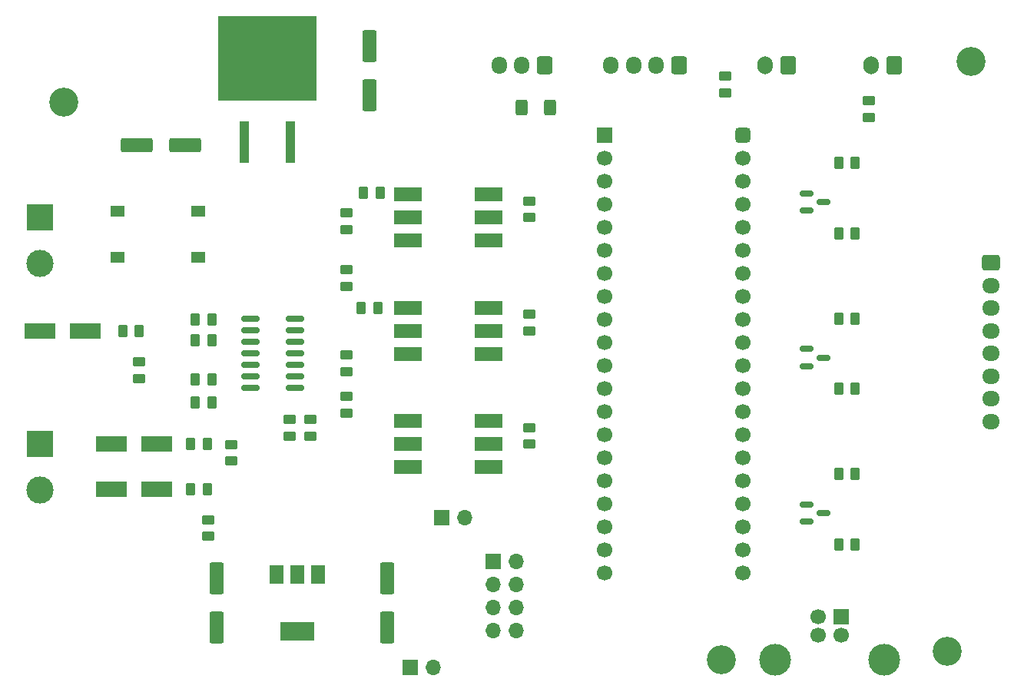
<source format=gbr>
%TF.GenerationSoftware,KiCad,Pcbnew,(7.0.0)*%
%TF.CreationDate,2023-04-03T14:28:29+07:00*%
%TF.ProjectId,3_phase_firing,335f7068-6173-4655-9f66-6972696e672e,rev?*%
%TF.SameCoordinates,Original*%
%TF.FileFunction,Soldermask,Top*%
%TF.FilePolarity,Negative*%
%FSLAX46Y46*%
G04 Gerber Fmt 4.6, Leading zero omitted, Abs format (unit mm)*
G04 Created by KiCad (PCBNEW (7.0.0)) date 2023-04-03 14:28:29*
%MOMM*%
%LPD*%
G01*
G04 APERTURE LIST*
G04 Aperture macros list*
%AMRoundRect*
0 Rectangle with rounded corners*
0 $1 Rounding radius*
0 $2 $3 $4 $5 $6 $7 $8 $9 X,Y pos of 4 corners*
0 Add a 4 corners polygon primitive as box body*
4,1,4,$2,$3,$4,$5,$6,$7,$8,$9,$2,$3,0*
0 Add four circle primitives for the rounded corners*
1,1,$1+$1,$2,$3*
1,1,$1+$1,$4,$5*
1,1,$1+$1,$6,$7*
1,1,$1+$1,$8,$9*
0 Add four rect primitives between the rounded corners*
20,1,$1+$1,$2,$3,$4,$5,0*
20,1,$1+$1,$4,$5,$6,$7,0*
20,1,$1+$1,$6,$7,$8,$9,0*
20,1,$1+$1,$8,$9,$2,$3,0*%
G04 Aperture macros list end*
%ADD10O,1.700000X1.700000*%
%ADD11R,1.700000X1.700000*%
%ADD12C,1.700000*%
%ADD13C,3.500000*%
%ADD14R,3.100000X1.600000*%
%ADD15C,3.200000*%
%ADD16RoundRect,0.250000X0.262500X0.450000X-0.262500X0.450000X-0.262500X-0.450000X0.262500X-0.450000X0*%
%ADD17RoundRect,0.250000X-0.450000X0.262500X-0.450000X-0.262500X0.450000X-0.262500X0.450000X0.262500X0*%
%ADD18R,1.500000X2.000000*%
%ADD19R,3.800000X2.000000*%
%ADD20RoundRect,0.250000X0.450000X-0.262500X0.450000X0.262500X-0.450000X0.262500X-0.450000X-0.262500X0*%
%ADD21RoundRect,0.150000X-0.587500X-0.150000X0.587500X-0.150000X0.587500X0.150000X-0.587500X0.150000X0*%
%ADD22RoundRect,0.150000X-0.825000X-0.150000X0.825000X-0.150000X0.825000X0.150000X-0.825000X0.150000X0*%
%ADD23RoundRect,0.250000X0.550000X-1.500000X0.550000X1.500000X-0.550000X1.500000X-0.550000X-1.500000X0*%
%ADD24RoundRect,0.250000X1.500000X0.550000X-1.500000X0.550000X-1.500000X-0.550000X1.500000X-0.550000X0*%
%ADD25RoundRect,0.250000X-0.400000X-0.625000X0.400000X-0.625000X0.400000X0.625000X-0.400000X0.625000X0*%
%ADD26RoundRect,0.425000X-0.425000X-0.425000X0.425000X-0.425000X0.425000X0.425000X-0.425000X0.425000X0*%
%ADD27RoundRect,0.250000X0.600000X0.725000X-0.600000X0.725000X-0.600000X-0.725000X0.600000X-0.725000X0*%
%ADD28O,1.700000X1.950000*%
%ADD29R,3.500000X1.800000*%
%ADD30R,1.500000X1.300000*%
%ADD31RoundRect,0.250000X0.600000X0.750000X-0.600000X0.750000X-0.600000X-0.750000X0.600000X-0.750000X0*%
%ADD32O,1.700000X2.000000*%
%ADD33RoundRect,0.250000X-0.262500X-0.450000X0.262500X-0.450000X0.262500X0.450000X-0.262500X0.450000X0*%
%ADD34R,3.000000X3.000000*%
%ADD35C,3.000000*%
%ADD36R,1.100000X4.600000*%
%ADD37R,10.800000X9.400000*%
%ADD38RoundRect,0.250000X-0.725000X0.600000X-0.725000X-0.600000X0.725000X-0.600000X0.725000X0.600000X0*%
%ADD39O,1.950000X1.700000*%
G04 APERTURE END LIST*
D10*
%TO.C,JP2*%
X124252999Y-100600999D03*
D11*
X121712999Y-100600999D03*
%TD*%
%TO.C,J4*%
X165734999Y-111532499D03*
D12*
X163235000Y-111532500D03*
X163235000Y-113532500D03*
X165735000Y-113532500D03*
D13*
X170505000Y-116242500D03*
X158465000Y-116242500D03*
%TD*%
D14*
%TO.C,U3*%
X118054999Y-64959999D03*
X118054999Y-67499999D03*
X118054999Y-70039999D03*
X126944999Y-70039999D03*
X126944999Y-67499999D03*
X126944999Y-64959999D03*
%TD*%
D15*
%TO.C,REF\u002A\u002A*%
X177466000Y-115285000D03*
X177466000Y-115285000D03*
%TD*%
D16*
%TO.C,R17*%
X114704500Y-77470000D03*
X112879500Y-77470000D03*
%TD*%
D17*
%TO.C,R41*%
X168830000Y-54627000D03*
X168830000Y-56452000D03*
%TD*%
D16*
%TO.C,R1*%
X88412500Y-80000000D03*
X86587500Y-80000000D03*
%TD*%
%TO.C,R22*%
X167329500Y-78630000D03*
X165504500Y-78630000D03*
%TD*%
D18*
%TO.C,U14*%
X108137999Y-106848999D03*
X105837999Y-106848999D03*
D19*
X105837999Y-113148999D03*
D18*
X103537999Y-106848999D03*
%TD*%
D15*
%TO.C,REF\u002A\u002A*%
X80080000Y-54785000D03*
X80080000Y-54785000D03*
%TD*%
D20*
%TO.C,R14*%
X111252000Y-75080500D03*
X111252000Y-73255500D03*
%TD*%
%TO.C,R42*%
X152955000Y-53761500D03*
X152955000Y-51936500D03*
%TD*%
D21*
%TO.C,Q1*%
X161923500Y-64853000D03*
X161923500Y-66753000D03*
X163798500Y-65803000D03*
%TD*%
D16*
%TO.C,R27*%
X167329500Y-103522000D03*
X165504500Y-103522000D03*
%TD*%
D22*
%TO.C,U1*%
X100649000Y-78690000D03*
X100649000Y-79960000D03*
X100649000Y-81230000D03*
X100649000Y-82500000D03*
X100649000Y-83770000D03*
X100649000Y-85040000D03*
X100649000Y-86310000D03*
X105599000Y-86310000D03*
X105599000Y-85040000D03*
X105599000Y-83770000D03*
X105599000Y-82500000D03*
X105599000Y-81230000D03*
X105599000Y-79960000D03*
X105599000Y-78690000D03*
%TD*%
D16*
%TO.C,R26*%
X167329500Y-95775000D03*
X165504500Y-95775000D03*
%TD*%
D23*
%TO.C,C3*%
X96948000Y-112699000D03*
X96948000Y-107299000D03*
%TD*%
%TO.C,C4*%
X115744000Y-112699000D03*
X115744000Y-107299000D03*
%TD*%
D16*
%TO.C,R16*%
X114958500Y-64770000D03*
X113133500Y-64770000D03*
%TD*%
%TO.C,R24*%
X167329500Y-61485000D03*
X165504500Y-61485000D03*
%TD*%
D20*
%TO.C,R18*%
X111252000Y-89050500D03*
X111252000Y-87225500D03*
%TD*%
D14*
%TO.C,U5*%
X118054999Y-89959999D03*
X118054999Y-92499999D03*
X118054999Y-95039999D03*
X126944999Y-95039999D03*
X126944999Y-92499999D03*
X126944999Y-89959999D03*
%TD*%
D24*
%TO.C,C1*%
X93505000Y-59563000D03*
X88105000Y-59563000D03*
%TD*%
D16*
%TO.C,R7*%
X96416500Y-78740000D03*
X94591500Y-78740000D03*
%TD*%
%TO.C,R25*%
X167329500Y-86377000D03*
X165504500Y-86377000D03*
%TD*%
%TO.C,R5*%
X95912500Y-97500000D03*
X94087500Y-97500000D03*
%TD*%
%TO.C,R23*%
X167329500Y-69232000D03*
X165504500Y-69232000D03*
%TD*%
D15*
%TO.C,REF\u002A\u002A*%
X152574000Y-116242500D03*
X152574000Y-116242500D03*
%TD*%
%TO.C,REF\u002A\u002A*%
X180080000Y-50285000D03*
X180080000Y-50285000D03*
%TD*%
D25*
%TO.C,R40*%
X130580000Y-55389000D03*
X133680000Y-55389000D03*
%TD*%
D20*
%TO.C,R15*%
X111252000Y-84478500D03*
X111252000Y-82653500D03*
%TD*%
%TO.C,R6*%
X96012000Y-102663000D03*
X96012000Y-100838000D03*
%TD*%
D11*
%TO.C,U6*%
X139699999Y-58419999D03*
D12*
X139700000Y-60960000D03*
X139700000Y-63500000D03*
X139700000Y-66040000D03*
X139700000Y-68580000D03*
X139700000Y-71120000D03*
X139700000Y-73660000D03*
X139700000Y-76200000D03*
X139700000Y-78740000D03*
X139700000Y-81280000D03*
X139700000Y-83820000D03*
X139700000Y-86360000D03*
X139700000Y-88900000D03*
X139700000Y-91440000D03*
X139700000Y-93980000D03*
X139700000Y-96520000D03*
X139700000Y-99060000D03*
X139700000Y-101600000D03*
X139700000Y-104140000D03*
X139700000Y-106680000D03*
X154940000Y-106680000D03*
X154940000Y-104140000D03*
X154940000Y-101600000D03*
X154940000Y-99060000D03*
X154940000Y-96520000D03*
X154940000Y-93980000D03*
X154940000Y-91440000D03*
X154940000Y-88900000D03*
X154940000Y-86360000D03*
X154940000Y-83820000D03*
X154940000Y-81280000D03*
X154940000Y-78740000D03*
X154940000Y-76200000D03*
X154940000Y-73660000D03*
X154940000Y-71120000D03*
X154940000Y-68580000D03*
X154940000Y-66040000D03*
X154940000Y-63500000D03*
X154940000Y-60960000D03*
D26*
X154940000Y-58420000D03*
%TD*%
D27*
%TO.C,J9*%
X147882000Y-50690000D03*
D28*
X145381999Y-50689999D03*
X142881999Y-50689999D03*
X140381999Y-50689999D03*
%TD*%
D10*
%TO.C,JP1*%
X120818999Y-117110999D03*
D11*
X118278999Y-117110999D03*
%TD*%
D29*
%TO.C,D2*%
X82499999Y-79999999D03*
X77499999Y-79999999D03*
%TD*%
D17*
%TO.C,R13*%
X111252000Y-67009000D03*
X111252000Y-68834000D03*
%TD*%
D21*
%TO.C,Q2*%
X161923500Y-81998000D03*
X161923500Y-83898000D03*
X163798500Y-82948000D03*
%TD*%
D30*
%TO.C,D1*%
X94873999Y-71891999D03*
X94873999Y-66791999D03*
X85973999Y-66791999D03*
X85973999Y-71891999D03*
%TD*%
D31*
%TO.C,J8*%
X159913332Y-50690000D03*
D32*
X157413331Y-50689999D03*
%TD*%
D20*
%TO.C,R4*%
X98552000Y-94359100D03*
X98552000Y-92534100D03*
%TD*%
D33*
%TO.C,R8*%
X94591500Y-81026000D03*
X96416500Y-81026000D03*
%TD*%
D16*
%TO.C,R3*%
X95912500Y-92500000D03*
X94087500Y-92500000D03*
%TD*%
%TO.C,R9*%
X96416500Y-87884000D03*
X94591500Y-87884000D03*
%TD*%
D14*
%TO.C,U4*%
X118054999Y-77459999D03*
X118054999Y-79999999D03*
X118054999Y-82539999D03*
X126944999Y-82539999D03*
X126944999Y-79999999D03*
X126944999Y-77459999D03*
%TD*%
D20*
%TO.C,R20*%
X131365000Y-80000000D03*
X131365000Y-78175000D03*
%TD*%
D34*
%TO.C,J1*%
X77499999Y-67499999D03*
D35*
X77500000Y-72580000D03*
%TD*%
D36*
%TO.C,U2*%
X99959999Y-59149999D03*
D37*
X102499999Y-49999999D03*
D36*
X105039999Y-59149999D03*
%TD*%
D31*
%TO.C,J6*%
X171604000Y-50690000D03*
D32*
X169103999Y-50689999D03*
%TD*%
D17*
%TO.C,R11*%
X105003600Y-89765500D03*
X105003600Y-91590500D03*
%TD*%
D27*
%TO.C,J7*%
X133080000Y-50690000D03*
D28*
X130579999Y-50689999D03*
X128079999Y-50689999D03*
%TD*%
D20*
%TO.C,R12*%
X107289600Y-91590500D03*
X107289600Y-89765500D03*
%TD*%
D11*
%TO.C,J5*%
X127427999Y-105426999D03*
D10*
X129967999Y-105426999D03*
X127427999Y-107966999D03*
X129967999Y-107966999D03*
X127427999Y-110506999D03*
X129967999Y-110506999D03*
X127427999Y-113046999D03*
X129967999Y-113046999D03*
%TD*%
D23*
%TO.C,C2*%
X113792000Y-54008000D03*
X113792000Y-48608000D03*
%TD*%
D29*
%TO.C,D3*%
X90329999Y-92499999D03*
X85329999Y-92499999D03*
%TD*%
D33*
%TO.C,R10*%
X94591500Y-85344000D03*
X96416500Y-85344000D03*
%TD*%
D20*
%TO.C,R2*%
X88392000Y-85240500D03*
X88392000Y-83415500D03*
%TD*%
D21*
%TO.C,Q3*%
X161923500Y-99143000D03*
X161923500Y-101043000D03*
X163798500Y-100093000D03*
%TD*%
D29*
%TO.C,D4*%
X90329999Y-97499999D03*
X85329999Y-97499999D03*
%TD*%
D20*
%TO.C,R21*%
X131365000Y-92500000D03*
X131365000Y-90675000D03*
%TD*%
%TO.C,R19*%
X131365000Y-67500000D03*
X131365000Y-65675000D03*
%TD*%
D38*
%TO.C,J10*%
X182292000Y-72492500D03*
D39*
X182291999Y-74992499D03*
X182291999Y-77492499D03*
X182291999Y-79992499D03*
X182291999Y-82492499D03*
X182291999Y-84992499D03*
X182291999Y-87492499D03*
X182291999Y-89992499D03*
%TD*%
D34*
%TO.C,J2*%
X77499999Y-92499999D03*
D35*
X77500000Y-97580000D03*
%TD*%
M02*

</source>
